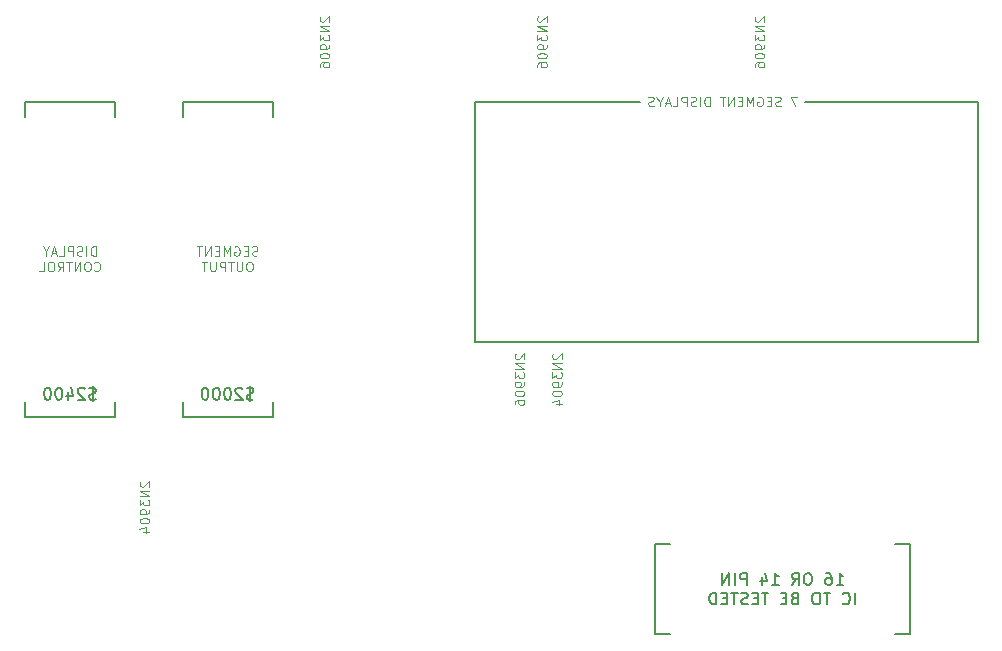
<source format=gbo>
G04 #@! TF.FileFunction,Legend,Bot*
%FSLAX46Y46*%
G04 Gerber Fmt 4.6, Leading zero omitted, Abs format (unit mm)*
G04 Created by KiCad (PCBNEW 4.0.7) date 12/20/19 19:25:11*
%MOMM*%
%LPD*%
G01*
G04 APERTURE LIST*
%ADD10C,0.100000*%
%ADD11C,0.150000*%
%ADD12C,0.200000*%
G04 APERTURE END LIST*
D10*
D11*
X184911428Y-122817381D02*
X185482857Y-122817381D01*
X185197143Y-122817381D02*
X185197143Y-121817381D01*
X185292381Y-121960238D01*
X185387619Y-122055476D01*
X185482857Y-122103095D01*
X184054285Y-121817381D02*
X184244762Y-121817381D01*
X184340000Y-121865000D01*
X184387619Y-121912619D01*
X184482857Y-122055476D01*
X184530476Y-122245952D01*
X184530476Y-122626905D01*
X184482857Y-122722143D01*
X184435238Y-122769762D01*
X184340000Y-122817381D01*
X184149523Y-122817381D01*
X184054285Y-122769762D01*
X184006666Y-122722143D01*
X183959047Y-122626905D01*
X183959047Y-122388810D01*
X184006666Y-122293571D01*
X184054285Y-122245952D01*
X184149523Y-122198333D01*
X184340000Y-122198333D01*
X184435238Y-122245952D01*
X184482857Y-122293571D01*
X184530476Y-122388810D01*
X182578095Y-121817381D02*
X182387618Y-121817381D01*
X182292380Y-121865000D01*
X182197142Y-121960238D01*
X182149523Y-122150714D01*
X182149523Y-122484048D01*
X182197142Y-122674524D01*
X182292380Y-122769762D01*
X182387618Y-122817381D01*
X182578095Y-122817381D01*
X182673333Y-122769762D01*
X182768571Y-122674524D01*
X182816190Y-122484048D01*
X182816190Y-122150714D01*
X182768571Y-121960238D01*
X182673333Y-121865000D01*
X182578095Y-121817381D01*
X181149523Y-122817381D02*
X181482857Y-122341190D01*
X181720952Y-122817381D02*
X181720952Y-121817381D01*
X181339999Y-121817381D01*
X181244761Y-121865000D01*
X181197142Y-121912619D01*
X181149523Y-122007857D01*
X181149523Y-122150714D01*
X181197142Y-122245952D01*
X181244761Y-122293571D01*
X181339999Y-122341190D01*
X181720952Y-122341190D01*
X179435237Y-122817381D02*
X180006666Y-122817381D01*
X179720952Y-122817381D02*
X179720952Y-121817381D01*
X179816190Y-121960238D01*
X179911428Y-122055476D01*
X180006666Y-122103095D01*
X178578094Y-122150714D02*
X178578094Y-122817381D01*
X178816190Y-121769762D02*
X179054285Y-122484048D01*
X178435237Y-122484048D01*
X177292380Y-122817381D02*
X177292380Y-121817381D01*
X176911427Y-121817381D01*
X176816189Y-121865000D01*
X176768570Y-121912619D01*
X176720951Y-122007857D01*
X176720951Y-122150714D01*
X176768570Y-122245952D01*
X176816189Y-122293571D01*
X176911427Y-122341190D01*
X177292380Y-122341190D01*
X176292380Y-122817381D02*
X176292380Y-121817381D01*
X175816190Y-122817381D02*
X175816190Y-121817381D01*
X175244761Y-122817381D01*
X175244761Y-121817381D01*
X186482858Y-124467381D02*
X186482858Y-123467381D01*
X185435239Y-124372143D02*
X185482858Y-124419762D01*
X185625715Y-124467381D01*
X185720953Y-124467381D01*
X185863811Y-124419762D01*
X185959049Y-124324524D01*
X186006668Y-124229286D01*
X186054287Y-124038810D01*
X186054287Y-123895952D01*
X186006668Y-123705476D01*
X185959049Y-123610238D01*
X185863811Y-123515000D01*
X185720953Y-123467381D01*
X185625715Y-123467381D01*
X185482858Y-123515000D01*
X185435239Y-123562619D01*
X184387620Y-123467381D02*
X183816191Y-123467381D01*
X184101906Y-124467381D02*
X184101906Y-123467381D01*
X183292382Y-123467381D02*
X183101905Y-123467381D01*
X183006667Y-123515000D01*
X182911429Y-123610238D01*
X182863810Y-123800714D01*
X182863810Y-124134048D01*
X182911429Y-124324524D01*
X183006667Y-124419762D01*
X183101905Y-124467381D01*
X183292382Y-124467381D01*
X183387620Y-124419762D01*
X183482858Y-124324524D01*
X183530477Y-124134048D01*
X183530477Y-123800714D01*
X183482858Y-123610238D01*
X183387620Y-123515000D01*
X183292382Y-123467381D01*
X181340000Y-123943571D02*
X181197143Y-123991190D01*
X181149524Y-124038810D01*
X181101905Y-124134048D01*
X181101905Y-124276905D01*
X181149524Y-124372143D01*
X181197143Y-124419762D01*
X181292381Y-124467381D01*
X181673334Y-124467381D01*
X181673334Y-123467381D01*
X181340000Y-123467381D01*
X181244762Y-123515000D01*
X181197143Y-123562619D01*
X181149524Y-123657857D01*
X181149524Y-123753095D01*
X181197143Y-123848333D01*
X181244762Y-123895952D01*
X181340000Y-123943571D01*
X181673334Y-123943571D01*
X180673334Y-123943571D02*
X180340000Y-123943571D01*
X180197143Y-124467381D02*
X180673334Y-124467381D01*
X180673334Y-123467381D01*
X180197143Y-123467381D01*
X179149524Y-123467381D02*
X178578095Y-123467381D01*
X178863810Y-124467381D02*
X178863810Y-123467381D01*
X178244762Y-123943571D02*
X177911428Y-123943571D01*
X177768571Y-124467381D02*
X178244762Y-124467381D01*
X178244762Y-123467381D01*
X177768571Y-123467381D01*
X177387619Y-124419762D02*
X177244762Y-124467381D01*
X177006666Y-124467381D01*
X176911428Y-124419762D01*
X176863809Y-124372143D01*
X176816190Y-124276905D01*
X176816190Y-124181667D01*
X176863809Y-124086429D01*
X176911428Y-124038810D01*
X177006666Y-123991190D01*
X177197143Y-123943571D01*
X177292381Y-123895952D01*
X177340000Y-123848333D01*
X177387619Y-123753095D01*
X177387619Y-123657857D01*
X177340000Y-123562619D01*
X177292381Y-123515000D01*
X177197143Y-123467381D01*
X176959047Y-123467381D01*
X176816190Y-123515000D01*
X176530476Y-123467381D02*
X175959047Y-123467381D01*
X176244762Y-124467381D02*
X176244762Y-123467381D01*
X175625714Y-123943571D02*
X175292380Y-123943571D01*
X175149523Y-124467381D02*
X175625714Y-124467381D01*
X175625714Y-123467381D01*
X175149523Y-123467381D01*
X174720952Y-124467381D02*
X174720952Y-123467381D01*
X174482857Y-123467381D01*
X174339999Y-123515000D01*
X174244761Y-123610238D01*
X174197142Y-123705476D01*
X174149523Y-123895952D01*
X174149523Y-124038810D01*
X174197142Y-124229286D01*
X174244761Y-124324524D01*
X174339999Y-124419762D01*
X174482857Y-124467381D01*
X174720952Y-124467381D01*
D12*
X191135000Y-127000000D02*
X189865000Y-127000000D01*
X191135000Y-119380000D02*
X191135000Y-127000000D01*
X189865000Y-119380000D02*
X191135000Y-119380000D01*
X169545000Y-127000000D02*
X170815000Y-127000000D01*
X169545000Y-119380000D02*
X169545000Y-127000000D01*
X170815000Y-119380000D02*
X169545000Y-119380000D01*
D11*
X122205476Y-107084762D02*
X122062619Y-107132381D01*
X121824523Y-107132381D01*
X121729285Y-107084762D01*
X121681666Y-107037143D01*
X121634047Y-106941905D01*
X121634047Y-106846667D01*
X121681666Y-106751429D01*
X121729285Y-106703810D01*
X121824523Y-106656190D01*
X122015000Y-106608571D01*
X122110238Y-106560952D01*
X122157857Y-106513333D01*
X122205476Y-106418095D01*
X122205476Y-106322857D01*
X122157857Y-106227619D01*
X122110238Y-106180000D01*
X122015000Y-106132381D01*
X121776904Y-106132381D01*
X121634047Y-106180000D01*
X121919762Y-105989524D02*
X121919762Y-107275238D01*
X121253095Y-106227619D02*
X121205476Y-106180000D01*
X121110238Y-106132381D01*
X120872142Y-106132381D01*
X120776904Y-106180000D01*
X120729285Y-106227619D01*
X120681666Y-106322857D01*
X120681666Y-106418095D01*
X120729285Y-106560952D01*
X121300714Y-107132381D01*
X120681666Y-107132381D01*
X119824523Y-106465714D02*
X119824523Y-107132381D01*
X120062619Y-106084762D02*
X120300714Y-106799048D01*
X119681666Y-106799048D01*
X119110238Y-106132381D02*
X119014999Y-106132381D01*
X118919761Y-106180000D01*
X118872142Y-106227619D01*
X118824523Y-106322857D01*
X118776904Y-106513333D01*
X118776904Y-106751429D01*
X118824523Y-106941905D01*
X118872142Y-107037143D01*
X118919761Y-107084762D01*
X119014999Y-107132381D01*
X119110238Y-107132381D01*
X119205476Y-107084762D01*
X119253095Y-107037143D01*
X119300714Y-106941905D01*
X119348333Y-106751429D01*
X119348333Y-106513333D01*
X119300714Y-106322857D01*
X119253095Y-106227619D01*
X119205476Y-106180000D01*
X119110238Y-106132381D01*
X118157857Y-106132381D02*
X118062618Y-106132381D01*
X117967380Y-106180000D01*
X117919761Y-106227619D01*
X117872142Y-106322857D01*
X117824523Y-106513333D01*
X117824523Y-106751429D01*
X117872142Y-106941905D01*
X117919761Y-107037143D01*
X117967380Y-107084762D01*
X118062618Y-107132381D01*
X118157857Y-107132381D01*
X118253095Y-107084762D01*
X118300714Y-107037143D01*
X118348333Y-106941905D01*
X118395952Y-106751429D01*
X118395952Y-106513333D01*
X118348333Y-106322857D01*
X118300714Y-106227619D01*
X118253095Y-106180000D01*
X118157857Y-106132381D01*
X135540476Y-107084762D02*
X135397619Y-107132381D01*
X135159523Y-107132381D01*
X135064285Y-107084762D01*
X135016666Y-107037143D01*
X134969047Y-106941905D01*
X134969047Y-106846667D01*
X135016666Y-106751429D01*
X135064285Y-106703810D01*
X135159523Y-106656190D01*
X135350000Y-106608571D01*
X135445238Y-106560952D01*
X135492857Y-106513333D01*
X135540476Y-106418095D01*
X135540476Y-106322857D01*
X135492857Y-106227619D01*
X135445238Y-106180000D01*
X135350000Y-106132381D01*
X135111904Y-106132381D01*
X134969047Y-106180000D01*
X135254762Y-105989524D02*
X135254762Y-107275238D01*
X134588095Y-106227619D02*
X134540476Y-106180000D01*
X134445238Y-106132381D01*
X134207142Y-106132381D01*
X134111904Y-106180000D01*
X134064285Y-106227619D01*
X134016666Y-106322857D01*
X134016666Y-106418095D01*
X134064285Y-106560952D01*
X134635714Y-107132381D01*
X134016666Y-107132381D01*
X133397619Y-106132381D02*
X133302380Y-106132381D01*
X133207142Y-106180000D01*
X133159523Y-106227619D01*
X133111904Y-106322857D01*
X133064285Y-106513333D01*
X133064285Y-106751429D01*
X133111904Y-106941905D01*
X133159523Y-107037143D01*
X133207142Y-107084762D01*
X133302380Y-107132381D01*
X133397619Y-107132381D01*
X133492857Y-107084762D01*
X133540476Y-107037143D01*
X133588095Y-106941905D01*
X133635714Y-106751429D01*
X133635714Y-106513333D01*
X133588095Y-106322857D01*
X133540476Y-106227619D01*
X133492857Y-106180000D01*
X133397619Y-106132381D01*
X132445238Y-106132381D02*
X132349999Y-106132381D01*
X132254761Y-106180000D01*
X132207142Y-106227619D01*
X132159523Y-106322857D01*
X132111904Y-106513333D01*
X132111904Y-106751429D01*
X132159523Y-106941905D01*
X132207142Y-107037143D01*
X132254761Y-107084762D01*
X132349999Y-107132381D01*
X132445238Y-107132381D01*
X132540476Y-107084762D01*
X132588095Y-107037143D01*
X132635714Y-106941905D01*
X132683333Y-106751429D01*
X132683333Y-106513333D01*
X132635714Y-106322857D01*
X132588095Y-106227619D01*
X132540476Y-106180000D01*
X132445238Y-106132381D01*
X131492857Y-106132381D02*
X131397618Y-106132381D01*
X131302380Y-106180000D01*
X131254761Y-106227619D01*
X131207142Y-106322857D01*
X131159523Y-106513333D01*
X131159523Y-106751429D01*
X131207142Y-106941905D01*
X131254761Y-107037143D01*
X131302380Y-107084762D01*
X131397618Y-107132381D01*
X131492857Y-107132381D01*
X131588095Y-107084762D01*
X131635714Y-107037143D01*
X131683333Y-106941905D01*
X131730952Y-106751429D01*
X131730952Y-106513333D01*
X131683333Y-106322857D01*
X131635714Y-106227619D01*
X131588095Y-106180000D01*
X131492857Y-106132381D01*
D12*
X196850000Y-81915000D02*
X182245000Y-81915000D01*
X196850000Y-102235000D02*
X196850000Y-81915000D01*
X154305000Y-102235000D02*
X196850000Y-102235000D01*
X154305000Y-81915000D02*
X154305000Y-102235000D01*
X168275000Y-81915000D02*
X154305000Y-81915000D01*
D10*
X122205476Y-94961905D02*
X122205476Y-94161905D01*
X122015000Y-94161905D01*
X121900714Y-94200000D01*
X121824523Y-94276190D01*
X121786428Y-94352381D01*
X121748333Y-94504762D01*
X121748333Y-94619048D01*
X121786428Y-94771429D01*
X121824523Y-94847619D01*
X121900714Y-94923810D01*
X122015000Y-94961905D01*
X122205476Y-94961905D01*
X121405476Y-94961905D02*
X121405476Y-94161905D01*
X121062619Y-94923810D02*
X120948333Y-94961905D01*
X120757857Y-94961905D01*
X120681667Y-94923810D01*
X120643571Y-94885714D01*
X120605476Y-94809524D01*
X120605476Y-94733333D01*
X120643571Y-94657143D01*
X120681667Y-94619048D01*
X120757857Y-94580952D01*
X120910238Y-94542857D01*
X120986429Y-94504762D01*
X121024524Y-94466667D01*
X121062619Y-94390476D01*
X121062619Y-94314286D01*
X121024524Y-94238095D01*
X120986429Y-94200000D01*
X120910238Y-94161905D01*
X120719762Y-94161905D01*
X120605476Y-94200000D01*
X120262619Y-94961905D02*
X120262619Y-94161905D01*
X119957857Y-94161905D01*
X119881666Y-94200000D01*
X119843571Y-94238095D01*
X119805476Y-94314286D01*
X119805476Y-94428571D01*
X119843571Y-94504762D01*
X119881666Y-94542857D01*
X119957857Y-94580952D01*
X120262619Y-94580952D01*
X119081666Y-94961905D02*
X119462619Y-94961905D01*
X119462619Y-94161905D01*
X118853095Y-94733333D02*
X118472143Y-94733333D01*
X118929286Y-94961905D02*
X118662619Y-94161905D01*
X118395952Y-94961905D01*
X117976905Y-94580952D02*
X117976905Y-94961905D01*
X118243572Y-94161905D02*
X117976905Y-94580952D01*
X117710238Y-94161905D01*
X122053095Y-96185714D02*
X122091190Y-96223810D01*
X122205476Y-96261905D01*
X122281666Y-96261905D01*
X122395952Y-96223810D01*
X122472143Y-96147619D01*
X122510238Y-96071429D01*
X122548333Y-95919048D01*
X122548333Y-95804762D01*
X122510238Y-95652381D01*
X122472143Y-95576190D01*
X122395952Y-95500000D01*
X122281666Y-95461905D01*
X122205476Y-95461905D01*
X122091190Y-95500000D01*
X122053095Y-95538095D01*
X121557857Y-95461905D02*
X121405476Y-95461905D01*
X121329285Y-95500000D01*
X121253095Y-95576190D01*
X121215000Y-95728571D01*
X121215000Y-95995238D01*
X121253095Y-96147619D01*
X121329285Y-96223810D01*
X121405476Y-96261905D01*
X121557857Y-96261905D01*
X121634047Y-96223810D01*
X121710238Y-96147619D01*
X121748333Y-95995238D01*
X121748333Y-95728571D01*
X121710238Y-95576190D01*
X121634047Y-95500000D01*
X121557857Y-95461905D01*
X120872143Y-96261905D02*
X120872143Y-95461905D01*
X120415000Y-96261905D01*
X120415000Y-95461905D01*
X120148334Y-95461905D02*
X119691191Y-95461905D01*
X119919762Y-96261905D02*
X119919762Y-95461905D01*
X118967381Y-96261905D02*
X119234048Y-95880952D01*
X119424524Y-96261905D02*
X119424524Y-95461905D01*
X119119762Y-95461905D01*
X119043571Y-95500000D01*
X119005476Y-95538095D01*
X118967381Y-95614286D01*
X118967381Y-95728571D01*
X119005476Y-95804762D01*
X119043571Y-95842857D01*
X119119762Y-95880952D01*
X119424524Y-95880952D01*
X118472143Y-95461905D02*
X118319762Y-95461905D01*
X118243571Y-95500000D01*
X118167381Y-95576190D01*
X118129286Y-95728571D01*
X118129286Y-95995238D01*
X118167381Y-96147619D01*
X118243571Y-96223810D01*
X118319762Y-96261905D01*
X118472143Y-96261905D01*
X118548333Y-96223810D01*
X118624524Y-96147619D01*
X118662619Y-95995238D01*
X118662619Y-95728571D01*
X118624524Y-95576190D01*
X118548333Y-95500000D01*
X118472143Y-95461905D01*
X117405476Y-96261905D02*
X117786429Y-96261905D01*
X117786429Y-95461905D01*
D12*
X137160000Y-81915000D02*
X137160000Y-83185000D01*
X129540000Y-81915000D02*
X137160000Y-81915000D01*
X129540000Y-83185000D02*
X129540000Y-81915000D01*
X123825000Y-81915000D02*
X123825000Y-83185000D01*
X116205000Y-81915000D02*
X123825000Y-81915000D01*
X116205000Y-83185000D02*
X116205000Y-81915000D01*
X137160000Y-108585000D02*
X137160000Y-107315000D01*
X129540000Y-108585000D02*
X137160000Y-108585000D01*
X129540000Y-107315000D02*
X129540000Y-108585000D01*
X123825000Y-108585000D02*
X123825000Y-107315000D01*
X116205000Y-108585000D02*
X123825000Y-108585000D01*
X116205000Y-107315000D02*
X116205000Y-108585000D01*
D10*
X181583810Y-81476905D02*
X181050477Y-81476905D01*
X181393334Y-82276905D01*
X180174286Y-82238810D02*
X180060000Y-82276905D01*
X179869524Y-82276905D01*
X179793334Y-82238810D01*
X179755238Y-82200714D01*
X179717143Y-82124524D01*
X179717143Y-82048333D01*
X179755238Y-81972143D01*
X179793334Y-81934048D01*
X179869524Y-81895952D01*
X180021905Y-81857857D01*
X180098096Y-81819762D01*
X180136191Y-81781667D01*
X180174286Y-81705476D01*
X180174286Y-81629286D01*
X180136191Y-81553095D01*
X180098096Y-81515000D01*
X180021905Y-81476905D01*
X179831429Y-81476905D01*
X179717143Y-81515000D01*
X179374286Y-81857857D02*
X179107619Y-81857857D01*
X178993333Y-82276905D02*
X179374286Y-82276905D01*
X179374286Y-81476905D01*
X178993333Y-81476905D01*
X178231428Y-81515000D02*
X178307619Y-81476905D01*
X178421904Y-81476905D01*
X178536190Y-81515000D01*
X178612381Y-81591190D01*
X178650476Y-81667381D01*
X178688571Y-81819762D01*
X178688571Y-81934048D01*
X178650476Y-82086429D01*
X178612381Y-82162619D01*
X178536190Y-82238810D01*
X178421904Y-82276905D01*
X178345714Y-82276905D01*
X178231428Y-82238810D01*
X178193333Y-82200714D01*
X178193333Y-81934048D01*
X178345714Y-81934048D01*
X177850476Y-82276905D02*
X177850476Y-81476905D01*
X177583809Y-82048333D01*
X177317142Y-81476905D01*
X177317142Y-82276905D01*
X176936190Y-81857857D02*
X176669523Y-81857857D01*
X176555237Y-82276905D02*
X176936190Y-82276905D01*
X176936190Y-81476905D01*
X176555237Y-81476905D01*
X176212380Y-82276905D02*
X176212380Y-81476905D01*
X175755237Y-82276905D01*
X175755237Y-81476905D01*
X175488571Y-81476905D02*
X175031428Y-81476905D01*
X175259999Y-82276905D02*
X175259999Y-81476905D01*
X174155237Y-82276905D02*
X174155237Y-81476905D01*
X173964761Y-81476905D01*
X173850475Y-81515000D01*
X173774284Y-81591190D01*
X173736189Y-81667381D01*
X173698094Y-81819762D01*
X173698094Y-81934048D01*
X173736189Y-82086429D01*
X173774284Y-82162619D01*
X173850475Y-82238810D01*
X173964761Y-82276905D01*
X174155237Y-82276905D01*
X173355237Y-82276905D02*
X173355237Y-81476905D01*
X173012380Y-82238810D02*
X172898094Y-82276905D01*
X172707618Y-82276905D01*
X172631428Y-82238810D01*
X172593332Y-82200714D01*
X172555237Y-82124524D01*
X172555237Y-82048333D01*
X172593332Y-81972143D01*
X172631428Y-81934048D01*
X172707618Y-81895952D01*
X172859999Y-81857857D01*
X172936190Y-81819762D01*
X172974285Y-81781667D01*
X173012380Y-81705476D01*
X173012380Y-81629286D01*
X172974285Y-81553095D01*
X172936190Y-81515000D01*
X172859999Y-81476905D01*
X172669523Y-81476905D01*
X172555237Y-81515000D01*
X172212380Y-82276905D02*
X172212380Y-81476905D01*
X171907618Y-81476905D01*
X171831427Y-81515000D01*
X171793332Y-81553095D01*
X171755237Y-81629286D01*
X171755237Y-81743571D01*
X171793332Y-81819762D01*
X171831427Y-81857857D01*
X171907618Y-81895952D01*
X172212380Y-81895952D01*
X171031427Y-82276905D02*
X171412380Y-82276905D01*
X171412380Y-81476905D01*
X170802856Y-82048333D02*
X170421904Y-82048333D01*
X170879047Y-82276905D02*
X170612380Y-81476905D01*
X170345713Y-82276905D01*
X169926666Y-81895952D02*
X169926666Y-82276905D01*
X170193333Y-81476905D02*
X169926666Y-81895952D01*
X169659999Y-81476905D01*
X169431428Y-82238810D02*
X169317142Y-82276905D01*
X169126666Y-82276905D01*
X169050476Y-82238810D01*
X169012380Y-82200714D01*
X168974285Y-82124524D01*
X168974285Y-82048333D01*
X169012380Y-81972143D01*
X169050476Y-81934048D01*
X169126666Y-81895952D01*
X169279047Y-81857857D01*
X169355238Y-81819762D01*
X169393333Y-81781667D01*
X169431428Y-81705476D01*
X169431428Y-81629286D01*
X169393333Y-81553095D01*
X169355238Y-81515000D01*
X169279047Y-81476905D01*
X169088571Y-81476905D01*
X168974285Y-81515000D01*
X135883334Y-94923810D02*
X135769048Y-94961905D01*
X135578572Y-94961905D01*
X135502382Y-94923810D01*
X135464286Y-94885714D01*
X135426191Y-94809524D01*
X135426191Y-94733333D01*
X135464286Y-94657143D01*
X135502382Y-94619048D01*
X135578572Y-94580952D01*
X135730953Y-94542857D01*
X135807144Y-94504762D01*
X135845239Y-94466667D01*
X135883334Y-94390476D01*
X135883334Y-94314286D01*
X135845239Y-94238095D01*
X135807144Y-94200000D01*
X135730953Y-94161905D01*
X135540477Y-94161905D01*
X135426191Y-94200000D01*
X135083334Y-94542857D02*
X134816667Y-94542857D01*
X134702381Y-94961905D02*
X135083334Y-94961905D01*
X135083334Y-94161905D01*
X134702381Y-94161905D01*
X133940476Y-94200000D02*
X134016667Y-94161905D01*
X134130952Y-94161905D01*
X134245238Y-94200000D01*
X134321429Y-94276190D01*
X134359524Y-94352381D01*
X134397619Y-94504762D01*
X134397619Y-94619048D01*
X134359524Y-94771429D01*
X134321429Y-94847619D01*
X134245238Y-94923810D01*
X134130952Y-94961905D01*
X134054762Y-94961905D01*
X133940476Y-94923810D01*
X133902381Y-94885714D01*
X133902381Y-94619048D01*
X134054762Y-94619048D01*
X133559524Y-94961905D02*
X133559524Y-94161905D01*
X133292857Y-94733333D01*
X133026190Y-94161905D01*
X133026190Y-94961905D01*
X132645238Y-94542857D02*
X132378571Y-94542857D01*
X132264285Y-94961905D02*
X132645238Y-94961905D01*
X132645238Y-94161905D01*
X132264285Y-94161905D01*
X131921428Y-94961905D02*
X131921428Y-94161905D01*
X131464285Y-94961905D01*
X131464285Y-94161905D01*
X131197619Y-94161905D02*
X130740476Y-94161905D01*
X130969047Y-94961905D02*
X130969047Y-94161905D01*
X135273809Y-95461905D02*
X135121428Y-95461905D01*
X135045237Y-95500000D01*
X134969047Y-95576190D01*
X134930952Y-95728571D01*
X134930952Y-95995238D01*
X134969047Y-96147619D01*
X135045237Y-96223810D01*
X135121428Y-96261905D01*
X135273809Y-96261905D01*
X135349999Y-96223810D01*
X135426190Y-96147619D01*
X135464285Y-95995238D01*
X135464285Y-95728571D01*
X135426190Y-95576190D01*
X135349999Y-95500000D01*
X135273809Y-95461905D01*
X134588095Y-95461905D02*
X134588095Y-96109524D01*
X134550000Y-96185714D01*
X134511904Y-96223810D01*
X134435714Y-96261905D01*
X134283333Y-96261905D01*
X134207142Y-96223810D01*
X134169047Y-96185714D01*
X134130952Y-96109524D01*
X134130952Y-95461905D01*
X133864286Y-95461905D02*
X133407143Y-95461905D01*
X133635714Y-96261905D02*
X133635714Y-95461905D01*
X133140476Y-96261905D02*
X133140476Y-95461905D01*
X132835714Y-95461905D01*
X132759523Y-95500000D01*
X132721428Y-95538095D01*
X132683333Y-95614286D01*
X132683333Y-95728571D01*
X132721428Y-95804762D01*
X132759523Y-95842857D01*
X132835714Y-95880952D01*
X133140476Y-95880952D01*
X132340476Y-95461905D02*
X132340476Y-96109524D01*
X132302381Y-96185714D01*
X132264285Y-96223810D01*
X132188095Y-96261905D01*
X132035714Y-96261905D01*
X131959523Y-96223810D01*
X131921428Y-96185714D01*
X131883333Y-96109524D01*
X131883333Y-95461905D01*
X131616667Y-95461905D02*
X131159524Y-95461905D01*
X131388095Y-96261905D02*
X131388095Y-95461905D01*
X141243095Y-74663571D02*
X141205000Y-74701666D01*
X141166905Y-74777857D01*
X141166905Y-74968333D01*
X141205000Y-75044523D01*
X141243095Y-75082619D01*
X141319286Y-75120714D01*
X141395476Y-75120714D01*
X141509762Y-75082619D01*
X141966905Y-74625476D01*
X141966905Y-75120714D01*
X141966905Y-75463571D02*
X141166905Y-75463571D01*
X141966905Y-75920714D01*
X141166905Y-75920714D01*
X141166905Y-76225476D02*
X141166905Y-76720714D01*
X141471667Y-76454047D01*
X141471667Y-76568333D01*
X141509762Y-76644523D01*
X141547857Y-76682619D01*
X141624048Y-76720714D01*
X141814524Y-76720714D01*
X141890714Y-76682619D01*
X141928810Y-76644523D01*
X141966905Y-76568333D01*
X141966905Y-76339761D01*
X141928810Y-76263571D01*
X141890714Y-76225476D01*
X141966905Y-77101666D02*
X141966905Y-77254047D01*
X141928810Y-77330238D01*
X141890714Y-77368333D01*
X141776429Y-77444524D01*
X141624048Y-77482619D01*
X141319286Y-77482619D01*
X141243095Y-77444524D01*
X141205000Y-77406428D01*
X141166905Y-77330238D01*
X141166905Y-77177857D01*
X141205000Y-77101666D01*
X141243095Y-77063571D01*
X141319286Y-77025476D01*
X141509762Y-77025476D01*
X141585952Y-77063571D01*
X141624048Y-77101666D01*
X141662143Y-77177857D01*
X141662143Y-77330238D01*
X141624048Y-77406428D01*
X141585952Y-77444524D01*
X141509762Y-77482619D01*
X141166905Y-77977857D02*
X141166905Y-78054048D01*
X141205000Y-78130238D01*
X141243095Y-78168333D01*
X141319286Y-78206429D01*
X141471667Y-78244524D01*
X141662143Y-78244524D01*
X141814524Y-78206429D01*
X141890714Y-78168333D01*
X141928810Y-78130238D01*
X141966905Y-78054048D01*
X141966905Y-77977857D01*
X141928810Y-77901667D01*
X141890714Y-77863571D01*
X141814524Y-77825476D01*
X141662143Y-77787381D01*
X141471667Y-77787381D01*
X141319286Y-77825476D01*
X141243095Y-77863571D01*
X141205000Y-77901667D01*
X141166905Y-77977857D01*
X141166905Y-78930238D02*
X141166905Y-78777857D01*
X141205000Y-78701667D01*
X141243095Y-78663572D01*
X141357381Y-78587381D01*
X141509762Y-78549286D01*
X141814524Y-78549286D01*
X141890714Y-78587381D01*
X141928810Y-78625476D01*
X141966905Y-78701667D01*
X141966905Y-78854048D01*
X141928810Y-78930238D01*
X141890714Y-78968334D01*
X141814524Y-79006429D01*
X141624048Y-79006429D01*
X141547857Y-78968334D01*
X141509762Y-78930238D01*
X141471667Y-78854048D01*
X141471667Y-78701667D01*
X141509762Y-78625476D01*
X141547857Y-78587381D01*
X141624048Y-78549286D01*
X159658095Y-74663571D02*
X159620000Y-74701666D01*
X159581905Y-74777857D01*
X159581905Y-74968333D01*
X159620000Y-75044523D01*
X159658095Y-75082619D01*
X159734286Y-75120714D01*
X159810476Y-75120714D01*
X159924762Y-75082619D01*
X160381905Y-74625476D01*
X160381905Y-75120714D01*
X160381905Y-75463571D02*
X159581905Y-75463571D01*
X160381905Y-75920714D01*
X159581905Y-75920714D01*
X159581905Y-76225476D02*
X159581905Y-76720714D01*
X159886667Y-76454047D01*
X159886667Y-76568333D01*
X159924762Y-76644523D01*
X159962857Y-76682619D01*
X160039048Y-76720714D01*
X160229524Y-76720714D01*
X160305714Y-76682619D01*
X160343810Y-76644523D01*
X160381905Y-76568333D01*
X160381905Y-76339761D01*
X160343810Y-76263571D01*
X160305714Y-76225476D01*
X160381905Y-77101666D02*
X160381905Y-77254047D01*
X160343810Y-77330238D01*
X160305714Y-77368333D01*
X160191429Y-77444524D01*
X160039048Y-77482619D01*
X159734286Y-77482619D01*
X159658095Y-77444524D01*
X159620000Y-77406428D01*
X159581905Y-77330238D01*
X159581905Y-77177857D01*
X159620000Y-77101666D01*
X159658095Y-77063571D01*
X159734286Y-77025476D01*
X159924762Y-77025476D01*
X160000952Y-77063571D01*
X160039048Y-77101666D01*
X160077143Y-77177857D01*
X160077143Y-77330238D01*
X160039048Y-77406428D01*
X160000952Y-77444524D01*
X159924762Y-77482619D01*
X159581905Y-77977857D02*
X159581905Y-78054048D01*
X159620000Y-78130238D01*
X159658095Y-78168333D01*
X159734286Y-78206429D01*
X159886667Y-78244524D01*
X160077143Y-78244524D01*
X160229524Y-78206429D01*
X160305714Y-78168333D01*
X160343810Y-78130238D01*
X160381905Y-78054048D01*
X160381905Y-77977857D01*
X160343810Y-77901667D01*
X160305714Y-77863571D01*
X160229524Y-77825476D01*
X160077143Y-77787381D01*
X159886667Y-77787381D01*
X159734286Y-77825476D01*
X159658095Y-77863571D01*
X159620000Y-77901667D01*
X159581905Y-77977857D01*
X159581905Y-78930238D02*
X159581905Y-78777857D01*
X159620000Y-78701667D01*
X159658095Y-78663572D01*
X159772381Y-78587381D01*
X159924762Y-78549286D01*
X160229524Y-78549286D01*
X160305714Y-78587381D01*
X160343810Y-78625476D01*
X160381905Y-78701667D01*
X160381905Y-78854048D01*
X160343810Y-78930238D01*
X160305714Y-78968334D01*
X160229524Y-79006429D01*
X160039048Y-79006429D01*
X159962857Y-78968334D01*
X159924762Y-78930238D01*
X159886667Y-78854048D01*
X159886667Y-78701667D01*
X159924762Y-78625476D01*
X159962857Y-78587381D01*
X160039048Y-78549286D01*
X178073095Y-74663571D02*
X178035000Y-74701666D01*
X177996905Y-74777857D01*
X177996905Y-74968333D01*
X178035000Y-75044523D01*
X178073095Y-75082619D01*
X178149286Y-75120714D01*
X178225476Y-75120714D01*
X178339762Y-75082619D01*
X178796905Y-74625476D01*
X178796905Y-75120714D01*
X178796905Y-75463571D02*
X177996905Y-75463571D01*
X178796905Y-75920714D01*
X177996905Y-75920714D01*
X177996905Y-76225476D02*
X177996905Y-76720714D01*
X178301667Y-76454047D01*
X178301667Y-76568333D01*
X178339762Y-76644523D01*
X178377857Y-76682619D01*
X178454048Y-76720714D01*
X178644524Y-76720714D01*
X178720714Y-76682619D01*
X178758810Y-76644523D01*
X178796905Y-76568333D01*
X178796905Y-76339761D01*
X178758810Y-76263571D01*
X178720714Y-76225476D01*
X178796905Y-77101666D02*
X178796905Y-77254047D01*
X178758810Y-77330238D01*
X178720714Y-77368333D01*
X178606429Y-77444524D01*
X178454048Y-77482619D01*
X178149286Y-77482619D01*
X178073095Y-77444524D01*
X178035000Y-77406428D01*
X177996905Y-77330238D01*
X177996905Y-77177857D01*
X178035000Y-77101666D01*
X178073095Y-77063571D01*
X178149286Y-77025476D01*
X178339762Y-77025476D01*
X178415952Y-77063571D01*
X178454048Y-77101666D01*
X178492143Y-77177857D01*
X178492143Y-77330238D01*
X178454048Y-77406428D01*
X178415952Y-77444524D01*
X178339762Y-77482619D01*
X177996905Y-77977857D02*
X177996905Y-78054048D01*
X178035000Y-78130238D01*
X178073095Y-78168333D01*
X178149286Y-78206429D01*
X178301667Y-78244524D01*
X178492143Y-78244524D01*
X178644524Y-78206429D01*
X178720714Y-78168333D01*
X178758810Y-78130238D01*
X178796905Y-78054048D01*
X178796905Y-77977857D01*
X178758810Y-77901667D01*
X178720714Y-77863571D01*
X178644524Y-77825476D01*
X178492143Y-77787381D01*
X178301667Y-77787381D01*
X178149286Y-77825476D01*
X178073095Y-77863571D01*
X178035000Y-77901667D01*
X177996905Y-77977857D01*
X177996905Y-78930238D02*
X177996905Y-78777857D01*
X178035000Y-78701667D01*
X178073095Y-78663572D01*
X178187381Y-78587381D01*
X178339762Y-78549286D01*
X178644524Y-78549286D01*
X178720714Y-78587381D01*
X178758810Y-78625476D01*
X178796905Y-78701667D01*
X178796905Y-78854048D01*
X178758810Y-78930238D01*
X178720714Y-78968334D01*
X178644524Y-79006429D01*
X178454048Y-79006429D01*
X178377857Y-78968334D01*
X178339762Y-78930238D01*
X178301667Y-78854048D01*
X178301667Y-78701667D01*
X178339762Y-78625476D01*
X178377857Y-78587381D01*
X178454048Y-78549286D01*
X126003095Y-114033571D02*
X125965000Y-114071666D01*
X125926905Y-114147857D01*
X125926905Y-114338333D01*
X125965000Y-114414523D01*
X126003095Y-114452619D01*
X126079286Y-114490714D01*
X126155476Y-114490714D01*
X126269762Y-114452619D01*
X126726905Y-113995476D01*
X126726905Y-114490714D01*
X126726905Y-114833571D02*
X125926905Y-114833571D01*
X126726905Y-115290714D01*
X125926905Y-115290714D01*
X125926905Y-115595476D02*
X125926905Y-116090714D01*
X126231667Y-115824047D01*
X126231667Y-115938333D01*
X126269762Y-116014523D01*
X126307857Y-116052619D01*
X126384048Y-116090714D01*
X126574524Y-116090714D01*
X126650714Y-116052619D01*
X126688810Y-116014523D01*
X126726905Y-115938333D01*
X126726905Y-115709761D01*
X126688810Y-115633571D01*
X126650714Y-115595476D01*
X126726905Y-116471666D02*
X126726905Y-116624047D01*
X126688810Y-116700238D01*
X126650714Y-116738333D01*
X126536429Y-116814524D01*
X126384048Y-116852619D01*
X126079286Y-116852619D01*
X126003095Y-116814524D01*
X125965000Y-116776428D01*
X125926905Y-116700238D01*
X125926905Y-116547857D01*
X125965000Y-116471666D01*
X126003095Y-116433571D01*
X126079286Y-116395476D01*
X126269762Y-116395476D01*
X126345952Y-116433571D01*
X126384048Y-116471666D01*
X126422143Y-116547857D01*
X126422143Y-116700238D01*
X126384048Y-116776428D01*
X126345952Y-116814524D01*
X126269762Y-116852619D01*
X125926905Y-117347857D02*
X125926905Y-117424048D01*
X125965000Y-117500238D01*
X126003095Y-117538333D01*
X126079286Y-117576429D01*
X126231667Y-117614524D01*
X126422143Y-117614524D01*
X126574524Y-117576429D01*
X126650714Y-117538333D01*
X126688810Y-117500238D01*
X126726905Y-117424048D01*
X126726905Y-117347857D01*
X126688810Y-117271667D01*
X126650714Y-117233571D01*
X126574524Y-117195476D01*
X126422143Y-117157381D01*
X126231667Y-117157381D01*
X126079286Y-117195476D01*
X126003095Y-117233571D01*
X125965000Y-117271667D01*
X125926905Y-117347857D01*
X126193571Y-118300238D02*
X126726905Y-118300238D01*
X125888810Y-118109762D02*
X126460238Y-117919286D01*
X126460238Y-118414524D01*
X157753095Y-103238571D02*
X157715000Y-103276666D01*
X157676905Y-103352857D01*
X157676905Y-103543333D01*
X157715000Y-103619523D01*
X157753095Y-103657619D01*
X157829286Y-103695714D01*
X157905476Y-103695714D01*
X158019762Y-103657619D01*
X158476905Y-103200476D01*
X158476905Y-103695714D01*
X158476905Y-104038571D02*
X157676905Y-104038571D01*
X158476905Y-104495714D01*
X157676905Y-104495714D01*
X157676905Y-104800476D02*
X157676905Y-105295714D01*
X157981667Y-105029047D01*
X157981667Y-105143333D01*
X158019762Y-105219523D01*
X158057857Y-105257619D01*
X158134048Y-105295714D01*
X158324524Y-105295714D01*
X158400714Y-105257619D01*
X158438810Y-105219523D01*
X158476905Y-105143333D01*
X158476905Y-104914761D01*
X158438810Y-104838571D01*
X158400714Y-104800476D01*
X158476905Y-105676666D02*
X158476905Y-105829047D01*
X158438810Y-105905238D01*
X158400714Y-105943333D01*
X158286429Y-106019524D01*
X158134048Y-106057619D01*
X157829286Y-106057619D01*
X157753095Y-106019524D01*
X157715000Y-105981428D01*
X157676905Y-105905238D01*
X157676905Y-105752857D01*
X157715000Y-105676666D01*
X157753095Y-105638571D01*
X157829286Y-105600476D01*
X158019762Y-105600476D01*
X158095952Y-105638571D01*
X158134048Y-105676666D01*
X158172143Y-105752857D01*
X158172143Y-105905238D01*
X158134048Y-105981428D01*
X158095952Y-106019524D01*
X158019762Y-106057619D01*
X157676905Y-106552857D02*
X157676905Y-106629048D01*
X157715000Y-106705238D01*
X157753095Y-106743333D01*
X157829286Y-106781429D01*
X157981667Y-106819524D01*
X158172143Y-106819524D01*
X158324524Y-106781429D01*
X158400714Y-106743333D01*
X158438810Y-106705238D01*
X158476905Y-106629048D01*
X158476905Y-106552857D01*
X158438810Y-106476667D01*
X158400714Y-106438571D01*
X158324524Y-106400476D01*
X158172143Y-106362381D01*
X157981667Y-106362381D01*
X157829286Y-106400476D01*
X157753095Y-106438571D01*
X157715000Y-106476667D01*
X157676905Y-106552857D01*
X157676905Y-107505238D02*
X157676905Y-107352857D01*
X157715000Y-107276667D01*
X157753095Y-107238572D01*
X157867381Y-107162381D01*
X158019762Y-107124286D01*
X158324524Y-107124286D01*
X158400714Y-107162381D01*
X158438810Y-107200476D01*
X158476905Y-107276667D01*
X158476905Y-107429048D01*
X158438810Y-107505238D01*
X158400714Y-107543334D01*
X158324524Y-107581429D01*
X158134048Y-107581429D01*
X158057857Y-107543334D01*
X158019762Y-107505238D01*
X157981667Y-107429048D01*
X157981667Y-107276667D01*
X158019762Y-107200476D01*
X158057857Y-107162381D01*
X158134048Y-107124286D01*
X160928095Y-103238571D02*
X160890000Y-103276666D01*
X160851905Y-103352857D01*
X160851905Y-103543333D01*
X160890000Y-103619523D01*
X160928095Y-103657619D01*
X161004286Y-103695714D01*
X161080476Y-103695714D01*
X161194762Y-103657619D01*
X161651905Y-103200476D01*
X161651905Y-103695714D01*
X161651905Y-104038571D02*
X160851905Y-104038571D01*
X161651905Y-104495714D01*
X160851905Y-104495714D01*
X160851905Y-104800476D02*
X160851905Y-105295714D01*
X161156667Y-105029047D01*
X161156667Y-105143333D01*
X161194762Y-105219523D01*
X161232857Y-105257619D01*
X161309048Y-105295714D01*
X161499524Y-105295714D01*
X161575714Y-105257619D01*
X161613810Y-105219523D01*
X161651905Y-105143333D01*
X161651905Y-104914761D01*
X161613810Y-104838571D01*
X161575714Y-104800476D01*
X161651905Y-105676666D02*
X161651905Y-105829047D01*
X161613810Y-105905238D01*
X161575714Y-105943333D01*
X161461429Y-106019524D01*
X161309048Y-106057619D01*
X161004286Y-106057619D01*
X160928095Y-106019524D01*
X160890000Y-105981428D01*
X160851905Y-105905238D01*
X160851905Y-105752857D01*
X160890000Y-105676666D01*
X160928095Y-105638571D01*
X161004286Y-105600476D01*
X161194762Y-105600476D01*
X161270952Y-105638571D01*
X161309048Y-105676666D01*
X161347143Y-105752857D01*
X161347143Y-105905238D01*
X161309048Y-105981428D01*
X161270952Y-106019524D01*
X161194762Y-106057619D01*
X160851905Y-106552857D02*
X160851905Y-106629048D01*
X160890000Y-106705238D01*
X160928095Y-106743333D01*
X161004286Y-106781429D01*
X161156667Y-106819524D01*
X161347143Y-106819524D01*
X161499524Y-106781429D01*
X161575714Y-106743333D01*
X161613810Y-106705238D01*
X161651905Y-106629048D01*
X161651905Y-106552857D01*
X161613810Y-106476667D01*
X161575714Y-106438571D01*
X161499524Y-106400476D01*
X161347143Y-106362381D01*
X161156667Y-106362381D01*
X161004286Y-106400476D01*
X160928095Y-106438571D01*
X160890000Y-106476667D01*
X160851905Y-106552857D01*
X161118571Y-107505238D02*
X161651905Y-107505238D01*
X160813810Y-107314762D02*
X161385238Y-107124286D01*
X161385238Y-107619524D01*
M02*

</source>
